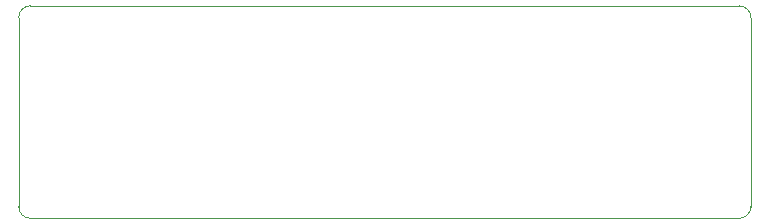
<source format=gbp>
G04 #@! TF.GenerationSoftware,KiCad,Pcbnew,9.0.4*
G04 #@! TF.CreationDate,2025-09-22T12:07:41+05:30*
G04 #@! TF.ProjectId,buck-converter-8A,6275636b-2d63-46f6-9e76-65727465722d,rev?*
G04 #@! TF.SameCoordinates,Original*
G04 #@! TF.FileFunction,Paste,Bot*
G04 #@! TF.FilePolarity,Positive*
%FSLAX46Y46*%
G04 Gerber Fmt 4.6, Leading zero omitted, Abs format (unit mm)*
G04 Created by KiCad (PCBNEW 9.0.4) date 2025-09-22 12:07:41*
%MOMM*%
%LPD*%
G01*
G04 APERTURE LIST*
G04 #@! TA.AperFunction,Profile*
%ADD10C,0.050000*%
G04 #@! TD*
G04 APERTURE END LIST*
D10*
X110400000Y-98550000D02*
G75*
G02*
X109400000Y-97550000I0J1000000D01*
G01*
X171400000Y-97550000D02*
G75*
G02*
X170400000Y-98550000I-1000000J0D01*
G01*
X170400000Y-98550000D02*
X110400000Y-98550000D01*
X110400000Y-80550000D02*
X170400000Y-80550000D01*
X171400000Y-81550000D02*
X171400000Y-97550000D01*
X170400000Y-80550000D02*
G75*
G02*
X171400000Y-81550000I0J-1000000D01*
G01*
X109400000Y-81550000D02*
G75*
G02*
X110400000Y-80550000I1000000J0D01*
G01*
X109400000Y-97550000D02*
X109400000Y-81550000D01*
M02*

</source>
